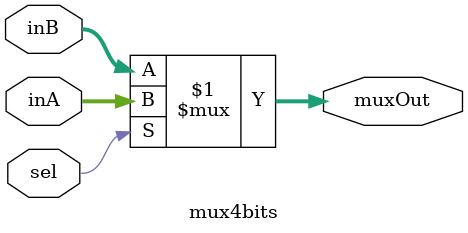
<source format=v>
`timescale 1ns / 1ps


module mux4bits(
    input [3:0] inA,
    input [3:0] inB,
    input sel,
    output [3:0] muxOut
    );
    assign muxOut = sel ? inA : inB;
endmodule

</source>
